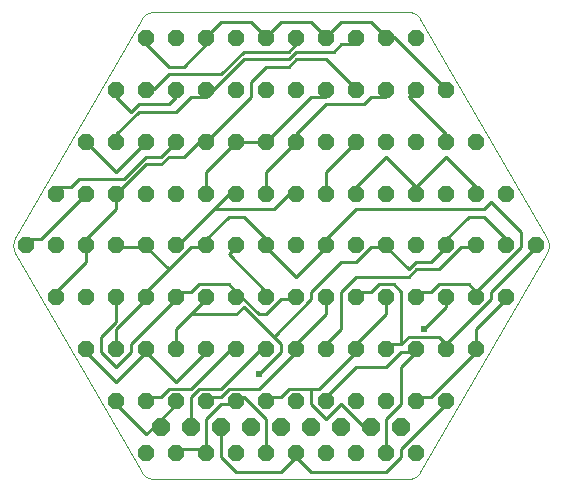
<source format=gbl>
G75*
G70*
%OFA0B0*%
%FSLAX24Y24*%
%IPPOS*%
%LPD*%
%AMOC8*
5,1,8,0,0,1.08239X$1,22.5*
%
%ADD10C,0.0000*%
%ADD11OC8,0.0520*%
%ADD12OC8,0.0600*%
%ADD13C,0.0100*%
%ADD14C,0.0240*%
D10*
X004378Y000350D02*
X000167Y007644D01*
X000147Y007683D01*
X000130Y007723D01*
X000117Y007765D01*
X000108Y007807D01*
X000102Y007850D01*
X000100Y007894D01*
X000102Y007938D01*
X000108Y007981D01*
X000117Y008023D01*
X000130Y008065D01*
X000147Y008105D01*
X000167Y008144D01*
X004378Y015438D01*
X004401Y015475D01*
X004428Y015509D01*
X004457Y015542D01*
X004490Y015571D01*
X004524Y015598D01*
X004561Y015621D01*
X004600Y015641D01*
X004640Y015658D01*
X004682Y015671D01*
X004724Y015680D01*
X004767Y015686D01*
X004811Y015688D01*
X013234Y015688D01*
X013667Y015438D02*
X017878Y008144D01*
X017898Y008105D01*
X017915Y008065D01*
X017928Y008023D01*
X017937Y007981D01*
X017943Y007938D01*
X017945Y007894D01*
X017943Y007850D01*
X017937Y007807D01*
X017928Y007765D01*
X017915Y007723D01*
X017898Y007683D01*
X017878Y007644D01*
X013667Y000350D01*
X013234Y000100D02*
X004811Y000100D01*
X004767Y000102D01*
X004724Y000108D01*
X004682Y000117D01*
X004640Y000130D01*
X004600Y000147D01*
X004561Y000167D01*
X004524Y000190D01*
X004490Y000217D01*
X004457Y000246D01*
X004428Y000279D01*
X004401Y000313D01*
X004378Y000350D01*
X013234Y000100D02*
X013278Y000102D01*
X013321Y000108D01*
X013363Y000117D01*
X013405Y000130D01*
X013445Y000147D01*
X013484Y000167D01*
X013521Y000190D01*
X013555Y000217D01*
X013588Y000246D01*
X013617Y000279D01*
X013644Y000313D01*
X013667Y000350D01*
X013667Y015438D02*
X013644Y015475D01*
X013617Y015509D01*
X013588Y015542D01*
X013555Y015571D01*
X013521Y015598D01*
X013484Y015621D01*
X013445Y015641D01*
X013405Y015658D01*
X013363Y015671D01*
X013321Y015680D01*
X013278Y015686D01*
X013234Y015688D01*
D11*
X013523Y014822D03*
X012523Y014822D03*
X011523Y014822D03*
X010523Y014822D03*
X009523Y014822D03*
X008523Y014822D03*
X007523Y014822D03*
X006523Y014822D03*
X005523Y014822D03*
X004523Y014822D03*
X004523Y013090D03*
X005523Y013090D03*
X006523Y013090D03*
X007523Y013090D03*
X008523Y013090D03*
X009523Y013090D03*
X010523Y013090D03*
X011523Y013090D03*
X012523Y013090D03*
X013523Y013090D03*
X014523Y013090D03*
X014523Y011358D03*
X015523Y011358D03*
X015523Y009626D03*
X016523Y009626D03*
X016523Y007894D03*
X015523Y007894D03*
X014523Y007894D03*
X013523Y007894D03*
X012523Y007894D03*
X011523Y007894D03*
X010523Y007894D03*
X009523Y007894D03*
X008523Y007894D03*
X007523Y007894D03*
X006523Y007894D03*
X005523Y007894D03*
X004523Y007894D03*
X003523Y007894D03*
X002523Y007894D03*
X001523Y007894D03*
X000523Y007894D03*
X001523Y006162D03*
X002523Y006162D03*
X003523Y006162D03*
X004523Y006162D03*
X005523Y006162D03*
X006523Y006162D03*
X007523Y006162D03*
X008523Y006162D03*
X009523Y006162D03*
X010523Y006162D03*
X011523Y006162D03*
X012523Y006162D03*
X013523Y006162D03*
X014523Y006162D03*
X015523Y006162D03*
X016523Y006162D03*
X017523Y007894D03*
X014523Y009626D03*
X013523Y009626D03*
X012523Y009626D03*
X011523Y009626D03*
X010523Y009626D03*
X009523Y009626D03*
X008523Y009626D03*
X007523Y009626D03*
X006523Y009626D03*
X005523Y009626D03*
X004523Y009626D03*
X003523Y009626D03*
X002523Y009626D03*
X001523Y009626D03*
X002523Y011358D03*
X003523Y011358D03*
X004523Y011358D03*
X005523Y011358D03*
X006523Y011358D03*
X007523Y011358D03*
X008523Y011358D03*
X009523Y011358D03*
X010523Y011358D03*
X011523Y011358D03*
X012523Y011358D03*
X013523Y011358D03*
X013523Y004430D03*
X012523Y004430D03*
X011523Y004430D03*
X010523Y004430D03*
X009523Y004430D03*
X008523Y004430D03*
X007523Y004430D03*
X006523Y004430D03*
X005523Y004430D03*
X004523Y004430D03*
X003523Y004430D03*
X002523Y004430D03*
X003523Y002698D03*
X004523Y002698D03*
X005523Y002698D03*
X006523Y002698D03*
X007523Y002698D03*
X008523Y002698D03*
X009523Y002698D03*
X010523Y002698D03*
X011523Y002698D03*
X012523Y002698D03*
X013523Y002698D03*
X014523Y002698D03*
X014523Y004430D03*
X015523Y004430D03*
X013523Y000966D03*
X012523Y000966D03*
X011523Y000966D03*
X010523Y000966D03*
X009523Y000966D03*
X008523Y000966D03*
X007523Y000966D03*
X006523Y000966D03*
X005523Y000966D03*
X004523Y000966D03*
X003523Y013090D03*
D12*
X005023Y001850D03*
X006023Y001850D03*
X007023Y001850D03*
X008023Y001850D03*
X009023Y001850D03*
X010023Y001850D03*
X011023Y001850D03*
X012023Y001850D03*
X013023Y001850D03*
D13*
X003523Y002600D02*
X003523Y002698D01*
X003523Y002600D02*
X004523Y001600D01*
X004773Y001850D01*
X005023Y001850D01*
X004773Y001850D02*
X005523Y002600D01*
X005523Y002698D01*
X005273Y003100D02*
X006023Y003100D01*
X007523Y004600D01*
X007523Y004430D01*
X006523Y004430D02*
X006523Y004350D01*
X005523Y003350D01*
X004523Y004350D01*
X004523Y004430D01*
X004523Y004350D02*
X003523Y003350D01*
X002523Y004350D01*
X002523Y004430D01*
X003023Y004350D02*
X003523Y003850D01*
X004023Y004350D01*
X004023Y004600D01*
X005523Y006100D01*
X005523Y006162D01*
X005523Y006350D01*
X006023Y006350D01*
X006273Y006600D01*
X007273Y006600D01*
X007523Y006350D01*
X007523Y006162D01*
X007523Y006350D02*
X008273Y005600D01*
X008523Y005600D01*
X009023Y006100D01*
X009523Y006100D01*
X009523Y006162D01*
X010023Y006100D02*
X008773Y004850D01*
X009023Y004600D01*
X009023Y004350D01*
X008273Y003600D01*
X008273Y003100D02*
X009523Y004350D01*
X009523Y004430D01*
X009523Y004600D01*
X010523Y005600D01*
X010523Y006162D01*
X010023Y006100D02*
X010023Y006350D01*
X011023Y007350D01*
X011523Y007350D01*
X012023Y007850D01*
X012523Y007850D01*
X012523Y007894D01*
X012523Y007850D02*
X013273Y007100D01*
X013523Y007350D01*
X014023Y007350D01*
X014523Y007850D01*
X014523Y007894D01*
X014523Y008100D01*
X015273Y008850D01*
X015773Y008850D01*
X016523Y008100D01*
X016523Y007894D01*
X017023Y007850D02*
X017023Y008350D01*
X016023Y009350D01*
X015773Y009100D01*
X011523Y009100D01*
X010523Y008100D01*
X010523Y007894D01*
X010523Y007850D01*
X009523Y006850D01*
X008523Y007850D01*
X008523Y007894D01*
X008523Y008100D01*
X007773Y008850D01*
X007273Y008850D01*
X006523Y008100D01*
X006523Y007894D01*
X006523Y007850D01*
X006023Y007850D01*
X005273Y007100D01*
X004523Y007850D01*
X004523Y007894D01*
X004523Y007850D02*
X003523Y007850D01*
X003523Y007894D01*
X002523Y007894D02*
X002523Y007350D01*
X001523Y006350D01*
X001523Y006162D01*
X003023Y004850D02*
X003023Y004350D01*
X003523Y004430D02*
X003523Y005100D01*
X004523Y006100D01*
X004523Y006162D01*
X004523Y006350D01*
X005273Y007100D01*
X005523Y007850D02*
X005523Y007894D01*
X005523Y007850D02*
X006773Y009100D01*
X008773Y009100D01*
X009273Y009600D01*
X009523Y009600D01*
X009523Y009626D01*
X010523Y009626D02*
X010523Y010350D01*
X011523Y011350D01*
X011523Y011358D01*
X012523Y010850D02*
X011523Y009850D01*
X011523Y009626D01*
X012523Y010850D02*
X013523Y009850D01*
X013523Y009626D01*
X013523Y009850D02*
X014523Y010850D01*
X015523Y009850D01*
X015523Y009626D01*
X015523Y007894D02*
X015523Y007850D01*
X015023Y007850D01*
X014273Y007100D01*
X013523Y007100D01*
X013273Y006850D01*
X011523Y006850D01*
X011023Y006350D01*
X011023Y005100D01*
X010523Y004600D01*
X010523Y004430D01*
X011523Y004430D02*
X011523Y004350D01*
X010273Y003100D01*
X010023Y003100D01*
X010023Y002600D01*
X010523Y002100D01*
X011023Y002600D01*
X011773Y001850D01*
X012023Y001850D01*
X012523Y002100D02*
X013023Y002600D01*
X013023Y003850D01*
X013523Y004350D01*
X013523Y004430D01*
X013523Y004350D02*
X013023Y004350D01*
X012523Y003850D01*
X011523Y003850D01*
X010523Y002850D01*
X010523Y002698D01*
X010023Y003100D02*
X009273Y003100D01*
X009023Y002850D01*
X008523Y002850D01*
X008523Y002698D01*
X008273Y003100D02*
X007273Y003100D01*
X007023Y002850D01*
X006523Y002850D01*
X006523Y002698D01*
X006273Y003100D02*
X007023Y003100D01*
X008523Y004600D01*
X008523Y004430D01*
X008773Y004850D02*
X007773Y005850D01*
X007523Y005600D01*
X006023Y005600D01*
X005523Y005100D01*
X005523Y004430D01*
X006023Y005600D02*
X006523Y006100D01*
X006523Y006162D01*
X007273Y007600D02*
X007523Y007850D01*
X007523Y007894D01*
X007273Y007600D02*
X008523Y006350D01*
X008523Y006162D01*
X011523Y006162D02*
X011523Y006350D01*
X012023Y006350D01*
X012273Y006600D01*
X012773Y006600D01*
X013023Y006350D01*
X013023Y004600D01*
X013273Y004850D01*
X014273Y004850D01*
X014523Y004600D01*
X014523Y004430D01*
X014523Y004600D02*
X016023Y006100D01*
X016023Y006350D01*
X017523Y007850D01*
X017523Y007894D01*
X017023Y007850D02*
X015523Y006350D01*
X015523Y006162D01*
X015523Y006350D02*
X015273Y006600D01*
X014273Y006600D01*
X014023Y006350D01*
X013523Y006350D01*
X013523Y006162D01*
X012523Y006162D02*
X012523Y005600D01*
X011523Y004600D01*
X011523Y004430D01*
X012523Y004430D02*
X012523Y004600D01*
X013023Y004600D01*
X013773Y005100D02*
X014523Y005850D01*
X014523Y006162D01*
X015523Y005100D02*
X016523Y006100D01*
X016523Y006162D01*
X015523Y005100D02*
X015523Y004430D01*
X015523Y004350D01*
X014023Y002850D01*
X013523Y002850D01*
X013523Y002698D01*
X012523Y002100D02*
X012523Y000966D01*
X013023Y000850D02*
X013023Y001100D01*
X014523Y002600D01*
X014523Y002698D01*
X013023Y000850D02*
X012523Y000350D01*
X010023Y000350D01*
X009523Y000850D01*
X009523Y000966D01*
X009523Y000850D02*
X009023Y000350D01*
X007523Y000350D01*
X007023Y000850D01*
X007023Y001850D01*
X006523Y002100D02*
X006523Y001100D01*
X006523Y000966D01*
X006523Y001100D02*
X005523Y001100D01*
X005523Y000966D01*
X006023Y001850D02*
X006023Y002850D01*
X006273Y003100D01*
X007023Y002600D02*
X006523Y002100D01*
X007023Y002600D02*
X007523Y002600D01*
X007523Y002698D01*
X007523Y002600D02*
X007773Y002850D01*
X008523Y002100D01*
X008523Y000966D01*
X005273Y003100D02*
X005023Y002850D01*
X004523Y002850D01*
X004523Y002698D01*
X003023Y004850D02*
X003523Y005350D01*
X003523Y006162D01*
X002523Y007894D02*
X002523Y008100D01*
X003523Y009100D01*
X003523Y009600D01*
X003523Y009626D01*
X003523Y009600D02*
X004523Y010600D01*
X005023Y010600D01*
X005273Y010850D01*
X005773Y010850D01*
X006273Y011350D01*
X006523Y011350D01*
X006523Y011358D01*
X006523Y011350D02*
X008023Y012850D01*
X008023Y013350D01*
X008523Y013850D01*
X009273Y013850D01*
X009523Y014100D01*
X010523Y014100D01*
X011523Y013100D01*
X011523Y013090D01*
X011773Y012600D02*
X012023Y012850D01*
X012523Y012850D01*
X012523Y013090D01*
X013273Y012850D02*
X013523Y013100D01*
X013523Y013090D01*
X013273Y012850D02*
X014523Y011600D01*
X014523Y011358D01*
X014523Y013090D02*
X014523Y013100D01*
X012773Y014850D01*
X012523Y014600D01*
X012523Y014822D01*
X012523Y014850D01*
X012023Y015350D01*
X011023Y015350D01*
X010523Y014850D01*
X010523Y014822D01*
X010523Y014850D02*
X010023Y015350D01*
X009023Y015350D01*
X008523Y014850D01*
X008523Y014822D01*
X008523Y014850D02*
X008023Y015350D01*
X007023Y015350D01*
X006523Y014850D01*
X006523Y014822D01*
X006523Y014600D01*
X005773Y013850D01*
X005273Y013850D01*
X004523Y014600D01*
X004523Y014822D01*
X005273Y013600D02*
X007023Y013600D01*
X007773Y014350D01*
X009273Y014350D01*
X009523Y014600D01*
X009523Y014822D01*
X009523Y014350D02*
X009273Y014100D01*
X007773Y014100D01*
X006523Y012850D01*
X006523Y013090D01*
X006523Y012850D02*
X006023Y012850D01*
X005523Y012350D01*
X004273Y012350D01*
X003523Y011600D01*
X003523Y011358D01*
X002523Y011350D02*
X002523Y011358D01*
X002523Y011350D02*
X003523Y010350D01*
X004523Y011350D01*
X004523Y011358D01*
X004523Y010850D02*
X005023Y010850D01*
X005523Y011350D01*
X005523Y011358D01*
X004523Y010850D02*
X003773Y010100D01*
X002273Y010100D01*
X002023Y009850D01*
X001523Y009850D01*
X001523Y009626D01*
X002523Y009600D02*
X002523Y009626D01*
X002523Y009600D02*
X001023Y008100D01*
X000523Y008100D01*
X000523Y007894D01*
X004023Y012350D02*
X004273Y012600D01*
X005273Y012600D01*
X005523Y012850D01*
X005523Y013090D01*
X005273Y013600D02*
X004773Y013100D01*
X004523Y013100D01*
X004523Y013090D01*
X004023Y012350D02*
X003523Y012850D01*
X003523Y013090D01*
X006523Y010350D02*
X007523Y011350D01*
X007523Y011358D01*
X007523Y011350D02*
X008523Y011350D01*
X008523Y011358D01*
X008523Y011350D02*
X010023Y012850D01*
X010523Y012850D01*
X010523Y013090D01*
X010523Y012600D02*
X009523Y011600D01*
X009523Y011358D01*
X009523Y011350D01*
X008523Y010350D01*
X008523Y009626D01*
X007523Y009600D02*
X007523Y009626D01*
X007523Y009600D02*
X007273Y009600D01*
X006773Y009100D01*
X006523Y009626D02*
X006523Y010350D01*
X010523Y012600D02*
X011773Y012600D01*
X010773Y014350D02*
X009523Y014350D01*
X010773Y014350D02*
X011023Y014600D01*
X011523Y014600D01*
X011523Y014822D01*
D14*
X013773Y005100D03*
X008273Y003600D03*
M02*

</source>
